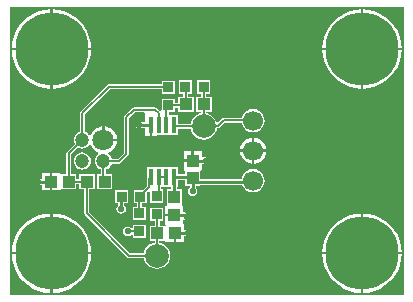
<source format=gtl>
G04*
G04 #@! TF.GenerationSoftware,Altium Limited,Altium Designer,20.2.6 (244)*
G04*
G04 Layer_Physical_Order=1*
G04 Layer_Color=255*
%FSLAX25Y25*%
%MOIN*%
G70*
G04*
G04 #@! TF.SameCoordinates,24C1D65A-0545-48CF-8A99-6B624FE080D9*
G04*
G04*
G04 #@! TF.FilePolarity,Positive*
G04*
G01*
G75*
%ADD12R,0.01772X0.05709*%
%ADD13R,0.03543X0.03347*%
%ADD14R,0.04134X0.03937*%
%ADD15R,0.03347X0.03543*%
%ADD16R,0.03937X0.04134*%
%ADD17C,0.07874*%
%ADD28C,0.00600*%
%ADD29C,0.01000*%
%ADD30C,0.24410*%
%ADD31C,0.06693*%
%ADD32C,0.07087*%
%ADD33C,0.04724*%
%ADD34C,0.02165*%
G36*
X132546Y1313D02*
X1273D01*
Y97113D01*
X132546D01*
Y1313D01*
D02*
G37*
%LPC*%
G36*
X119101Y96482D02*
Y83668D01*
X131915D01*
X131783Y85340D01*
X131298Y87361D01*
X130503Y89281D01*
X129417Y91053D01*
X128067Y92634D01*
X126486Y93984D01*
X124714Y95070D01*
X122794Y95865D01*
X120773Y96350D01*
X119101Y96482D01*
D02*
G37*
G36*
X118301D02*
X116629Y96350D01*
X114608Y95865D01*
X112687Y95070D01*
X110915Y93984D01*
X109335Y92634D01*
X107985Y91053D01*
X106899Y89281D01*
X106104Y87361D01*
X105618Y85340D01*
X105487Y83668D01*
X118301D01*
Y96482D01*
D02*
G37*
G36*
X15558D02*
Y83668D01*
X28372D01*
X28240Y85340D01*
X27755Y87361D01*
X26959Y89281D01*
X25873Y91053D01*
X24523Y92634D01*
X22943Y93984D01*
X21171Y95070D01*
X19251Y95865D01*
X17230Y96350D01*
X15558Y96482D01*
D02*
G37*
G36*
X14758D02*
X13085Y96350D01*
X11064Y95865D01*
X9144Y95070D01*
X7372Y93984D01*
X5791Y92634D01*
X4442Y91053D01*
X3356Y89281D01*
X2560Y87361D01*
X2075Y85340D01*
X1943Y83668D01*
X14758D01*
Y96482D01*
D02*
G37*
G36*
X131915Y82868D02*
X119101D01*
Y70054D01*
X120773Y70185D01*
X122794Y70670D01*
X124714Y71466D01*
X126486Y72552D01*
X128067Y73902D01*
X129417Y75482D01*
X130503Y77254D01*
X131298Y79175D01*
X131783Y81196D01*
X131915Y82868D01*
D02*
G37*
G36*
X118301D02*
X105487D01*
X105618Y81196D01*
X106104Y79175D01*
X106899Y77254D01*
X107985Y75482D01*
X109335Y73902D01*
X110915Y72552D01*
X112687Y71466D01*
X114608Y70670D01*
X116629Y70185D01*
X118301Y70054D01*
Y82868D01*
D02*
G37*
G36*
X28372D02*
X15558D01*
Y70054D01*
X17230Y70185D01*
X19251Y70670D01*
X21171Y71466D01*
X22943Y72552D01*
X24523Y73902D01*
X25873Y75482D01*
X26959Y77254D01*
X27755Y79175D01*
X28240Y81196D01*
X28372Y82868D01*
D02*
G37*
G36*
X14758D02*
X1943D01*
X2075Y81196D01*
X2560Y79175D01*
X3356Y77254D01*
X4442Y75482D01*
X5791Y73902D01*
X7372Y72552D01*
X9144Y71466D01*
X11064Y70670D01*
X13085Y70185D01*
X14758Y70054D01*
Y82868D01*
D02*
G37*
G36*
X68020Y72941D02*
X63673D01*
Y68398D01*
X65129D01*
Y67232D01*
X63378D01*
Y62295D01*
X64914D01*
X64947Y61795D01*
X64708Y61764D01*
X63629Y61317D01*
X62702Y60605D01*
X61990Y59679D01*
X61543Y58599D01*
X61498Y58257D01*
X57390D01*
Y61327D01*
X54261D01*
Y62295D01*
X56406D01*
Y63653D01*
X57472D01*
Y62295D01*
X62606D01*
Y67232D01*
X60658D01*
Y68398D01*
X61917D01*
Y72941D01*
X57571D01*
Y68398D01*
X59027D01*
Y67232D01*
X57472D01*
Y65284D01*
X56406D01*
Y66642D01*
X51862D01*
Y62794D01*
X51362Y62587D01*
X50380Y63569D01*
X50115Y63746D01*
X49803Y63808D01*
X49803Y63808D01*
X42598D01*
X42286Y63746D01*
X42022Y63569D01*
X42022Y63569D01*
X39541Y61089D01*
X39364Y60824D01*
X39302Y60512D01*
X39302Y60512D01*
Y48684D01*
X37300Y46682D01*
X35231D01*
X34965Y47325D01*
X34506Y47923D01*
X34154Y48193D01*
X34229Y48766D01*
X34756Y48984D01*
X35705Y49712D01*
X36433Y50661D01*
X36891Y51767D01*
X36994Y52553D01*
X32465D01*
Y52953D01*
X32065D01*
Y57483D01*
X31278Y57379D01*
X30173Y56921D01*
X29224Y56193D01*
X28496Y55244D01*
X28278Y54717D01*
X27705Y54642D01*
X27435Y54994D01*
X26837Y55453D01*
X26209Y55713D01*
Y61473D01*
X34590Y69854D01*
X51862D01*
Y68398D01*
X56406D01*
Y72744D01*
X51862D01*
Y71485D01*
X34252D01*
X34252Y71485D01*
X33940Y71423D01*
X33675Y71246D01*
X33675Y71246D01*
X24817Y62388D01*
X24640Y62123D01*
X24578Y61811D01*
X24578Y61811D01*
Y55713D01*
X23950Y55453D01*
X23352Y54994D01*
X22894Y54396D01*
X22605Y53700D01*
X22507Y52953D01*
X22605Y52206D01*
X22865Y51578D01*
X20289Y49002D01*
X20113Y48737D01*
X20051Y48425D01*
X20051Y48425D01*
Y41877D01*
X19697Y41524D01*
X18299Y41524D01*
X18028Y41911D01*
Y42024D01*
X15361D01*
Y39055D01*
Y36087D01*
X18028D01*
Y36199D01*
X18299Y36587D01*
X18528Y36587D01*
X23433D01*
Y38200D01*
X24402D01*
Y36547D01*
X26153D01*
Y28504D01*
X26153Y28504D01*
X26215Y28192D01*
X26392Y27927D01*
X40486Y13833D01*
X40751Y13656D01*
X41063Y13594D01*
X41063Y13594D01*
X45947D01*
X45992Y13251D01*
X46439Y12172D01*
X47150Y11245D01*
X48077Y10534D01*
X49157Y10087D01*
X50315Y9934D01*
X51473Y10087D01*
X52553Y10534D01*
X53479Y11245D01*
X54191Y12172D01*
X54638Y13251D01*
X54790Y14409D01*
X54638Y15568D01*
X54191Y16647D01*
X53479Y17574D01*
X52553Y18285D01*
X51473Y18732D01*
X51131Y18777D01*
Y19382D01*
X52961Y19382D01*
X53232Y18994D01*
Y18882D01*
X55899D01*
Y21850D01*
X56699D01*
Y18882D01*
X59366D01*
Y20831D01*
X60630D01*
X61020Y20908D01*
X61351Y21129D01*
X61572Y21460D01*
X61650Y21850D01*
X61572Y22241D01*
X61351Y22571D01*
X61020Y22792D01*
X60630Y22870D01*
X59720D01*
X59366Y23223D01*
X59366Y24819D01*
X59071Y25197D01*
Y26103D01*
X59509Y26383D01*
X59571Y26389D01*
X59921Y26319D01*
X60236D01*
X60626Y26397D01*
X60957Y26618D01*
X61178Y26948D01*
X61256Y27339D01*
X61178Y27729D01*
X60957Y28060D01*
X60626Y28280D01*
X60370Y28332D01*
X60028Y28674D01*
X59697Y28895D01*
X59307Y28972D01*
X59071D01*
Y31020D01*
X58958D01*
X58571Y31291D01*
X58571Y31520D01*
Y36425D01*
X57024D01*
Y37295D01*
X57390D01*
Y39630D01*
X59736D01*
Y37591D01*
X61185D01*
Y37049D01*
X61064Y36968D01*
X60714Y36444D01*
X60591Y35827D01*
X60714Y35209D01*
X61064Y34686D01*
X61587Y34336D01*
X62205Y34213D01*
X62822Y34336D01*
X63346Y34686D01*
X63696Y35209D01*
X63818Y35827D01*
X63696Y36444D01*
X63346Y36968D01*
X63224Y37049D01*
Y37591D01*
X64673D01*
Y37917D01*
X78800D01*
X79002Y37430D01*
X79619Y36627D01*
X80422Y36010D01*
X81358Y35623D01*
X82362Y35490D01*
X83366Y35623D01*
X84302Y36010D01*
X85106Y36627D01*
X85722Y37430D01*
X86110Y38366D01*
X86242Y39370D01*
X86110Y40374D01*
X85722Y41310D01*
X85106Y42113D01*
X84302Y42730D01*
X83366Y43117D01*
X82362Y43250D01*
X81358Y43117D01*
X80422Y42730D01*
X79619Y42113D01*
X79002Y41310D01*
X78615Y40374D01*
X78560Y39957D01*
X64673D01*
Y42496D01*
X64673Y42724D01*
X65061Y42996D01*
X65173D01*
Y45043D01*
X66693D01*
X67083Y45121D01*
X67414Y45342D01*
X67635Y45673D01*
X67712Y46063D01*
X67635Y46453D01*
X67414Y46784D01*
X67083Y47005D01*
X66693Y47083D01*
X65173D01*
Y49130D01*
X62605D01*
Y46063D01*
X62205D01*
Y45663D01*
X59236D01*
Y42996D01*
X59349D01*
X59736Y42724D01*
X59736Y42496D01*
Y41669D01*
X57390D01*
Y44004D01*
X46941D01*
Y40143D01*
X46925Y40064D01*
X46925Y40064D01*
Y37547D01*
X45705Y36327D01*
X42512D01*
Y31783D01*
X43672D01*
Y30716D01*
X42217D01*
Y26370D01*
X46760D01*
Y30716D01*
X45304D01*
Y31783D01*
X46858D01*
Y35173D01*
X47463Y35778D01*
X47925Y35587D01*
Y32079D01*
X52469D01*
Y36425D01*
X51701D01*
Y37295D01*
X54984D01*
Y36425D01*
X53634D01*
Y31520D01*
X53634Y31291D01*
X53246Y31020D01*
X53134D01*
Y28353D01*
X56102D01*
Y27553D01*
X53134D01*
Y25278D01*
X53134Y24886D01*
X53167Y24734D01*
X52847Y24319D01*
X51209D01*
Y25976D01*
X52469D01*
Y30323D01*
X47925D01*
Y25976D01*
X49578D01*
Y24319D01*
X47827D01*
Y19382D01*
X49499D01*
Y18777D01*
X49157Y18732D01*
X48077Y18285D01*
X47150Y17574D01*
X46439Y16647D01*
X45992Y15568D01*
X45947Y15225D01*
X41401D01*
X27784Y28842D01*
Y36547D01*
X29535D01*
Y41484D01*
X24402D01*
Y39831D01*
X23433D01*
Y41524D01*
X21682D01*
Y48087D01*
X24019Y50424D01*
X24646Y50164D01*
X25394Y50066D01*
X26141Y50164D01*
X26837Y50453D01*
X27435Y50911D01*
X27705Y51264D01*
X28278Y51188D01*
X28496Y50661D01*
X29224Y49712D01*
X30173Y48984D01*
X30700Y48766D01*
X30775Y48193D01*
X30423Y47923D01*
X29964Y47325D01*
X29676Y46629D01*
X29578Y45882D01*
X29676Y45135D01*
X29964Y44438D01*
X30423Y43841D01*
X31021Y43382D01*
X31649Y43122D01*
Y41484D01*
X30307D01*
Y36547D01*
X35441D01*
Y41484D01*
X33280D01*
Y43122D01*
X33908Y43382D01*
X34506Y43841D01*
X34965Y44438D01*
X35218Y45050D01*
X37638D01*
X37638Y45050D01*
X37950Y45113D01*
X38215Y45289D01*
X40695Y47770D01*
X40695Y47770D01*
X40872Y48034D01*
X40934Y48346D01*
Y60174D01*
X42936Y62176D01*
X46086D01*
X46441Y61827D01*
Y58992D01*
X44193D01*
X43803Y58914D01*
X43472Y58693D01*
X43251Y58363D01*
X43173Y57972D01*
X43251Y57582D01*
X43472Y57251D01*
X43803Y57030D01*
X44193Y56953D01*
X46441D01*
Y54118D01*
X47927D01*
Y57972D01*
X48727D01*
Y54118D01*
X50213D01*
Y54618D01*
X57390D01*
Y56625D01*
X61498D01*
X61543Y56283D01*
X61990Y55203D01*
X62702Y54276D01*
X63629Y53565D01*
X64708Y53118D01*
X65866Y52966D01*
X67024Y53118D01*
X68104Y53565D01*
X69031Y54276D01*
X69742Y55203D01*
X70189Y56283D01*
X70255Y56782D01*
X70703Y56895D01*
X71015Y56957D01*
X71280Y57134D01*
X72858Y58712D01*
X78569D01*
X78615Y58366D01*
X79002Y57430D01*
X79619Y56627D01*
X80422Y56010D01*
X81358Y55623D01*
X82362Y55490D01*
X83366Y55623D01*
X84302Y56010D01*
X85106Y56627D01*
X85722Y57430D01*
X86110Y58366D01*
X86242Y59370D01*
X86110Y60374D01*
X85722Y61310D01*
X85106Y62113D01*
X84302Y62730D01*
X83366Y63117D01*
X82362Y63250D01*
X81358Y63117D01*
X80422Y62730D01*
X79619Y62113D01*
X79002Y61310D01*
X78615Y60374D01*
X78611Y60343D01*
X72520D01*
X72520Y60343D01*
X72208Y60281D01*
X71943Y60104D01*
X71943Y60104D01*
X70644Y58806D01*
X70055Y58923D01*
X69742Y59679D01*
X69031Y60605D01*
X68104Y61317D01*
X67024Y61764D01*
X66785Y61795D01*
X66818Y62295D01*
X68512D01*
Y67232D01*
X66761D01*
Y68398D01*
X68020D01*
Y72941D01*
D02*
G37*
G36*
X32865Y57483D02*
Y53353D01*
X36994D01*
X36891Y54139D01*
X36433Y55244D01*
X35705Y56193D01*
X34756Y56921D01*
X33651Y57379D01*
X32865Y57483D01*
D02*
G37*
G36*
X82762Y53701D02*
Y49770D01*
X86694D01*
X86597Y50505D01*
X86159Y51562D01*
X85462Y52470D01*
X84554Y53167D01*
X83497Y53605D01*
X82762Y53701D01*
D02*
G37*
G36*
X81962D02*
X81227Y53605D01*
X80170Y53167D01*
X79262Y52470D01*
X78566Y51562D01*
X78128Y50505D01*
X78031Y49770D01*
X81962D01*
Y53701D01*
D02*
G37*
G36*
X61805Y49130D02*
X59236D01*
Y46463D01*
X61805D01*
Y49130D01*
D02*
G37*
G36*
X86694Y48970D02*
X82762D01*
Y45039D01*
X83497Y45136D01*
X84554Y45573D01*
X85462Y46270D01*
X86159Y47178D01*
X86597Y48235D01*
X86694Y48970D01*
D02*
G37*
G36*
X81962D02*
X78031D01*
X78128Y48235D01*
X78566Y47178D01*
X79262Y46270D01*
X80170Y45573D01*
X81227Y45136D01*
X81962Y45039D01*
Y48970D01*
D02*
G37*
G36*
X25394Y48769D02*
X24646Y48670D01*
X23950Y48382D01*
X23352Y47923D01*
X22894Y47325D01*
X22605Y46629D01*
X22507Y45882D01*
X22605Y45135D01*
X22894Y44438D01*
X23352Y43841D01*
X23950Y43382D01*
X24646Y43093D01*
X25394Y42995D01*
X26141Y43093D01*
X26837Y43382D01*
X27435Y43841D01*
X27894Y44438D01*
X28182Y45135D01*
X28281Y45882D01*
X28182Y46629D01*
X27894Y47325D01*
X27435Y47923D01*
X26837Y48382D01*
X26141Y48670D01*
X25394Y48769D01*
D02*
G37*
G36*
X14561Y42024D02*
X11894D01*
Y40075D01*
X10630D01*
X10240Y39997D01*
X9909Y39776D01*
X9688Y39445D01*
X9610Y39055D01*
X9688Y38665D01*
X9909Y38334D01*
X10240Y38113D01*
X10630Y38036D01*
X11894D01*
Y36087D01*
X14561D01*
Y39055D01*
Y42024D01*
D02*
G37*
G36*
X40756Y36327D02*
X36409D01*
Y31783D01*
X37366D01*
Y31143D01*
X37245Y31062D01*
X36895Y30539D01*
X36772Y29921D01*
X36895Y29304D01*
X37245Y28780D01*
X37768Y28430D01*
X38386Y28308D01*
X39003Y28430D01*
X39527Y28780D01*
X39877Y29304D01*
X39999Y29921D01*
X39877Y30539D01*
X39527Y31062D01*
X39405Y31143D01*
Y31783D01*
X40756D01*
Y36327D01*
D02*
G37*
G36*
X46760Y24614D02*
X42217D01*
Y23697D01*
X41717Y23546D01*
X41692Y23582D01*
X41169Y23932D01*
X40551Y24055D01*
X39934Y23932D01*
X39410Y23582D01*
X39060Y23058D01*
X38938Y22441D01*
X39060Y21823D01*
X39410Y21300D01*
X39934Y20950D01*
X40551Y20827D01*
X41169Y20950D01*
X41692Y21300D01*
X41717Y21336D01*
X42217Y21185D01*
Y20268D01*
X46760D01*
Y24614D01*
D02*
G37*
G36*
X119101Y28372D02*
Y15558D01*
X131915D01*
X131783Y17230D01*
X131298Y19251D01*
X130503Y21171D01*
X129417Y22943D01*
X128067Y24523D01*
X126486Y25873D01*
X124714Y26959D01*
X122794Y27755D01*
X120773Y28240D01*
X119101Y28372D01*
D02*
G37*
G36*
X118301D02*
X116629Y28240D01*
X114608Y27755D01*
X112687Y26959D01*
X110915Y25873D01*
X109335Y24523D01*
X107985Y22943D01*
X106899Y21171D01*
X106104Y19251D01*
X105618Y17230D01*
X105487Y15558D01*
X118301D01*
Y28372D01*
D02*
G37*
G36*
X15558D02*
Y15558D01*
X28372D01*
X28240Y17230D01*
X27755Y19251D01*
X26959Y21171D01*
X25873Y22943D01*
X24523Y24523D01*
X22943Y25873D01*
X21171Y26959D01*
X19251Y27755D01*
X17230Y28240D01*
X15558Y28372D01*
D02*
G37*
G36*
X14758D02*
X13085Y28240D01*
X11064Y27755D01*
X9144Y26959D01*
X7372Y25873D01*
X5791Y24523D01*
X4442Y22943D01*
X3356Y21171D01*
X2560Y19251D01*
X2075Y17230D01*
X1943Y15558D01*
X14758D01*
Y28372D01*
D02*
G37*
G36*
X131915Y14758D02*
X119101D01*
Y1943D01*
X120773Y2075D01*
X122794Y2560D01*
X124714Y3356D01*
X126486Y4442D01*
X128067Y5791D01*
X129417Y7372D01*
X130503Y9144D01*
X131298Y11064D01*
X131783Y13085D01*
X131915Y14758D01*
D02*
G37*
G36*
X118301D02*
X105487D01*
X105618Y13085D01*
X106104Y11064D01*
X106899Y9144D01*
X107985Y7372D01*
X109335Y5791D01*
X110915Y4442D01*
X112687Y3356D01*
X114608Y2560D01*
X116629Y2075D01*
X118301Y1943D01*
Y14758D01*
D02*
G37*
G36*
X28372D02*
X15558D01*
Y1943D01*
X17230Y2075D01*
X19251Y2560D01*
X21171Y3356D01*
X22943Y4442D01*
X24523Y5791D01*
X25873Y7372D01*
X26959Y9144D01*
X27755Y11064D01*
X28240Y13085D01*
X28372Y14758D01*
D02*
G37*
G36*
X14758D02*
X1943D01*
X2075Y13085D01*
X2560Y11064D01*
X3356Y9144D01*
X4442Y7372D01*
X5791Y5791D01*
X7372Y4442D01*
X9144Y3356D01*
X11064Y2560D01*
X13085Y2075D01*
X14758Y1943D01*
Y14758D01*
D02*
G37*
%LPD*%
D12*
X56004Y57972D02*
D03*
X53445D02*
D03*
X50886D02*
D03*
X48327D02*
D03*
X56004Y40650D02*
D03*
X53445D02*
D03*
X50886D02*
D03*
X48327D02*
D03*
D13*
X54134Y64468D02*
D03*
Y70571D02*
D03*
X44488Y28543D02*
D03*
Y22441D02*
D03*
X50197Y28150D02*
D03*
Y34252D02*
D03*
D14*
X14961Y39055D02*
D03*
X20866D02*
D03*
X56299Y21850D02*
D03*
X50394D02*
D03*
X65945Y64764D02*
D03*
X60039D02*
D03*
X26969Y39016D02*
D03*
X32874D02*
D03*
D15*
X44685Y34055D02*
D03*
X38583D02*
D03*
X65847Y70669D02*
D03*
X59744D02*
D03*
D16*
X62205Y46063D02*
D03*
Y40157D02*
D03*
X56102Y27953D02*
D03*
Y33858D02*
D03*
D17*
X50315Y14409D02*
D03*
X65866Y57441D02*
D03*
D28*
Y64744D01*
X20906Y39016D02*
X26969D01*
X20866Y39055D02*
X20906Y39016D01*
X20866Y48425D02*
X25394Y52953D01*
X32465Y39425D02*
X32874Y39016D01*
X50197Y28150D02*
X50394Y27953D01*
X44685Y34154D02*
X47741Y37209D01*
X50197Y34252D02*
X50886Y34941D01*
X44488Y33858D02*
X44685Y34055D01*
Y34154D01*
X47741Y40064D02*
X48327Y40650D01*
X50886Y57972D02*
X51005Y58091D01*
X56102Y27953D02*
X56102Y27953D01*
X56004Y33957D02*
X56102Y33858D01*
X56004Y57972D02*
X56535Y57441D01*
X56004Y56004D02*
Y57972D01*
X54134Y64468D02*
X59350D01*
X53445Y63779D02*
X54134Y64468D01*
X54035Y70669D02*
X54134Y70571D01*
X65866Y57441D02*
X66136Y57711D01*
X65847Y64764D02*
X65866Y64744D01*
X65847Y64764D02*
X65945D01*
X65945Y70669D02*
X65945Y70669D01*
X70703Y57711D02*
X72520Y59528D01*
X82205D02*
X82362Y59370D01*
X25394Y52953D02*
Y61811D01*
X20866Y39055D02*
Y48425D01*
X32465Y39425D02*
Y45882D01*
X32480Y45866D01*
X37638D02*
X40118Y48346D01*
Y60512D01*
X42598Y62992D01*
X50315Y21772D02*
X50394Y21850D01*
X50315Y14409D02*
Y21772D01*
X50394Y21850D02*
Y27953D01*
X49803Y62992D02*
X51005Y61791D01*
X50886Y34941D02*
Y40650D01*
X47741Y37209D02*
Y40064D01*
X51005Y58091D02*
Y61791D01*
X53445Y57972D02*
Y63779D01*
X26969Y28504D02*
Y39016D01*
X44488Y28543D02*
Y33858D01*
X65945Y64764D02*
Y70669D01*
X41063Y14409D02*
X50315D01*
X40551Y22441D02*
X44488D01*
X50886Y40650D02*
X53445D01*
X42598Y62992D02*
X49803D01*
X59350Y64468D02*
X59842Y64961D01*
X34252Y70669D02*
X54035D01*
X72520Y59528D02*
X82205D01*
X66136Y57711D02*
X70703D01*
X32480Y45866D02*
X37638D01*
X59842Y64961D02*
Y70669D01*
X56535Y57441D02*
X65866D01*
X26969Y28504D02*
X41063Y14409D01*
X25394Y61811D02*
X34252Y70669D01*
D29*
X38386Y33858D02*
X38583Y34055D01*
X56102Y27953D02*
X59307D01*
X62205Y40157D02*
X63425Y38937D01*
X61713Y40650D02*
X62205Y40157D01*
X81929Y38937D02*
X82362Y39370D01*
X62205Y35827D02*
Y40157D01*
Y46063D02*
X66693D01*
X38386Y29921D02*
Y33858D01*
X56004Y33957D02*
Y40650D01*
X10630Y39055D02*
X14961D01*
X59921Y27339D02*
X60236D01*
X59307Y27953D02*
X59921Y27339D01*
X56004Y40650D02*
X61713D01*
X44193Y57972D02*
X48327D01*
X56299Y21850D02*
X60630D01*
X63425Y38937D02*
X81929D01*
D30*
X118701Y83268D02*
D03*
Y15157D02*
D03*
X15157D02*
D03*
Y83268D02*
D03*
D31*
X82362Y59370D02*
D03*
Y49370D02*
D03*
Y39370D02*
D03*
D32*
X32465Y52953D02*
D03*
D33*
Y45882D02*
D03*
X25394Y52953D02*
D03*
Y45882D02*
D03*
D34*
X116535Y59449D02*
D03*
X126378Y39764D02*
D03*
X96850Y59449D02*
D03*
X106693Y39764D02*
D03*
X96850Y20079D02*
D03*
X87008Y79134D02*
D03*
X77165Y20079D02*
D03*
X67323Y79134D02*
D03*
X47638D02*
D03*
X18110Y59449D02*
D03*
X10630Y39055D02*
D03*
X62205Y35827D02*
D03*
X40551Y22441D02*
D03*
X38386Y29921D02*
D03*
X66693Y46063D02*
D03*
X60236Y27339D02*
D03*
X44193Y57972D02*
D03*
X60630Y21850D02*
D03*
M02*

</source>
